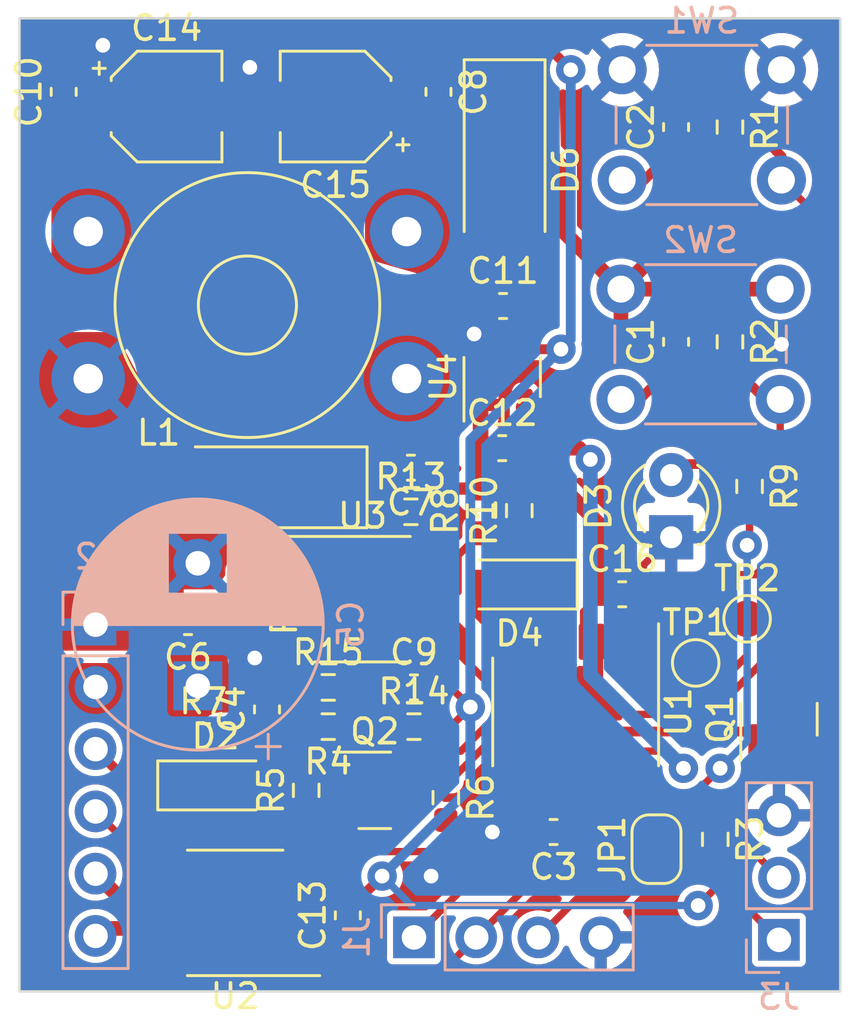
<source format=kicad_pcb>
(kicad_pcb (version 20221018) (generator pcbnew)
  (layers (0 "F.Cu" signal) (31 "B.Cu" signal) (34 "B.Paste" user) (35 "F.Paste" user) (36 "B.SilkS" user "B.Silkscreen") (37 "F.SilkS" user "F.Silkscreen") (38 "B.Mask" user) (39 "F.Mask" user) (44 "Edge.Cuts" user))
  (net 0 "")
  (net 1 "+3V3")
  (net 2 "GND")
  (net 3 "VDC")
  (net 4 "Net-(U1-PB8)")
  (net 5 "+5V")
  (net 6 "Net-(U3-FB)")
  (net 7 "Net-(U1-NRST)")
  (net 8 "Net-(D2-A)")
  (net 9 "CANH")
  (net 10 "CANL")
  (net 11 "Net-(U3-ILIM)")
  (net 12 "Net-(U3-BS)")
  (net 13 "Net-(Q2-E)")
  (net 14 "Net-(C7-Pad1)")
  (net 15 "Net-(D5-K)")
  (net 16 "enable")
  (net 17 "Net-(D3-A)")
  (net 18 "Net-(D4-K)")
  (net 19 "ON")
  (net 21 "Net-(D6-A)")
  (net 23 "reed")
  (net 24 "Net-(J3-Pin_2)")
  (net 25 "Net-(Q2-B)")
  (net 26 "EN")
  (net 27 "CAN_RX")
  (net 28 "CAN_TX")
  (net 31 "SDA")
  (net 32 "SCL")
  (net 33 "USART2_TX")
  (net 34 "USART2_RX")
  (net 35 "SERVO")
  (net 38 "Net-(U1-PA14)")
  (net 40 "Net-(J1-Pin_3)")
  (footprint "Capacitor_SMD:C_0603_1608Metric_Pad1.08x0.95mm_HandSolder" (layer "F.Cu") (at 138.6375 46.7375)
    (fp_text reference "C11" (at 0 -1.43) (layer "F.SilkS"))
    (fp_text value "1uF")
    (pad "1" smd roundrect (at -0.8625 0) (size 1.075 0.95) (layers "F.Cu" "F.Paste" "F.Mask") (net 2 "GND"))
    (pad "2" smd roundrect (at 0.8625 0) (size 1.075 0.95) (layers "F.Cu" "F.Paste" "F.Mask") (net 5 "+5V"))
  )
  (footprint "Resistor_SMD:R_0603_1608Metric_Pad0.98x0.95mm_HandSolder" (layer "F.Cu") (at 137.7 55.1 90)
    (fp_text reference "R8" (at 0 -1.43 90) (layer "F.SilkS"))
    (fp_text value "10k")
    (pad "1" smd roundrect (at -0.9125 0 90) (size 0.975 0.95) (layers "F.Cu" "F.Paste" "F.Mask") (net 26 "EN"))
    (pad "2" smd roundrect (at 0.9125 0 90) (size 0.975 0.95) (layers "F.Cu" "F.Paste" "F.Mask") (net 2 "GND"))
  )
  (footprint "Resistor_SMD:R_0603_1608Metric_Pad0.98x0.95mm_HandSolder" (layer "F.Cu") (at 128.275 58.7225 -90)
    (fp_text reference "R11" (at 0 -1.43 90) (layer "F.SilkS"))
    (fp_text value "50m")
    (pad "1" smd roundrect (at -0.9125 0 270) (size 0.975 0.95) (layers "F.Cu" "F.Paste" "F.Mask") (net 11 "Net-(U3-ILIM)"))
    (pad "2" smd roundrect (at 0.9125 0 270) (size 0.975 0.95) (layers "F.Cu" "F.Paste" "F.Mask") (net 3 "VDC"))
  )
  (footprint "Resistor_SMD:R_0603_1608Metric_Pad0.98x0.95mm_HandSolder" (layer "F.Cu") (at 148.7 54.1 -90)
    (fp_text reference "R9" (at 0 -1.43 90) (layer "F.SilkS"))
    (fp_text value "10k")
    (pad "1" smd roundrect (at -0.9125 0 270) (size 0.975 0.95) (layers "F.Cu" "F.Paste" "F.Mask") (net 17 "Net-(D3-A)"))
    (pad "2" smd roundrect (at 0.9125 0 270) (size 0.975 0.95) (layers "F.Cu" "F.Paste" "F.Mask") (net 38 "Net-(U1-PA14)"))
  )
  (footprint "Package_SO:SO-8_3.9x4.9mm_P1.27mm" (layer "F.Cu") (at 127.7 71.5 180)
    (fp_text reference "U2" (at 0 -3.4) (layer "F.SilkS"))
    (fp_text value "PCA82C250")
    (pad "1" smd roundrect (at -2.575 -1.905 180) (size 1.75 0.6) (layers "F.Cu" "F.Paste" "F.Mask") (net 28 "CAN_TX"))
    (pad "2" smd roundrect (at -2.575 -0.635 180) (size 1.75 0.6) (layers "F.Cu" "F.Paste" "F.Mask") (net 2 "GND"))
    (pad "3" smd roundrect (at -2.575 0.635 180) (size 1.75 0.6) (layers "F.Cu" "F.Paste" "F.Mask") (net 5 "+5V"))
    (pad "4" smd roundrect (at -2.575 1.905 180) (size 1.75 0.6) (layers "F.Cu" "F.Paste" "F.Mask") (net 27 "CAN_RX"))
    (pad "5" smd roundrect (at 2.575 1.905 180) (size 1.75 0.6) (layers "F.Cu" "F.Paste" "F.Mask"))
    (pad "6" smd roundrect (at 2.575 0.635 180) (size 1.75 0.6) (layers "F.Cu" "F.Paste" "F.Mask") (net 10 "CANL"))
    (pad "7" smd roundrect (at 2.575 -0.635 180) (size 1.75 0.6) (layers "F.Cu" "F.Paste" "F.Mask") (net 9 "CANH"))
    (pad "8" smd roundrect (at 2.575 -1.905 180) (size 1.75 0.6) (layers "F.Cu" "F.Paste" "F.Mask") (net 2 "GND"))
  )
  (footprint "Capacitor_SMD:C_0603_1608Metric_Pad1.08x0.95mm_HandSolder" (layer "F.Cu") (at 132.3 71.6 90)
    (fp_text reference "C13" (at 0 -1.43 90) (layer "F.SilkS"))
    (fp_text value "100nF")
    (pad "1" smd roundrect (at -0.8625 0 90) (size 1.075 0.95) (layers "F.Cu" "F.Paste" "F.Mask") (net 2 "GND"))
    (pad "2" smd roundrect (at 0.8625 0 90) (size 1.075 0.95) (layers "F.Cu" "F.Paste" "F.Mask") (net 5 "+5V"))
  )
  (footprint "Transformer_THT:Transformer_Toroid_Horizontal_D10.5mm_Amidon-T37" (layer "F.Cu") (at 134.7 43.7 180)
    (fp_text reference "L1" (at 10.125 -8.21) (layer "F.SilkS"))
    (fp_text value "33uH / 22uH")
    (pad "1" thru_hole circle (at 0 0 180) (size 3 3) (drill 1.2) (layers "*.Cu" "*.Mask") (net 21 "Net-(D6-A)"))
    (pad "2" thru_hole circle (at 13 0 180) (size 3 3) (drill 1.2) (layers "*.Cu" "*.Mask") (net 5 "+5V"))
    (pad "3" thru_hole circle (at 0 -6 180) (size 3 3) (drill 1.2) (layers "*.Cu" "*.Mask") (net 15 "Net-(D5-K)"))
    (pad "4" thru_hole circle (at 13 -6 180) (size 3 3) (drill 1.2) (layers "*.Cu" "*.Mask") (net 2 "GND"))
  )
  (footprint "Diode_SMD:D_SOD-123" (layer "F.Cu") (at 126.9 66.3)
    (fp_text reference "D2" (at 0 -2) (layer "F.SilkS"))
    (fp_text value "1N4148W")
    (pad "1" smd roundrect (at -1.65 0) (size 0.9 1.2) (layers "F.Cu" "F.Paste" "F.Mask") (net 16 "enable"))
    (pad "2" smd roundrect (at 1.65 0) (size 0.9 1.2) (layers "F.Cu" "F.Paste" "F.Mask") (net 8 "Net-(D2-A)"))
  )
  (footprint "Resistor_SMD:R_0603_1608Metric_Pad0.98x0.95mm_HandSolder" (layer "F.Cu") (at 147.9 39.4375 -90)
    (fp_text reference "R1" (at 0 -1.43 -90) (layer "F.SilkS"))
    (fp_text value "1.5k")
    (pad "1" smd roundrect (at -0.9125 0 270) (size 0.975 0.95) (layers "F.Cu" "F.Paste" "F.Mask") (net 7 "Net-(U1-NRST)"))
    (pad "2" smd roundrect (at 0.9125 0 270) (size 0.975 0.95) (layers "F.Cu" "F.Paste" "F.Mask") (net 1 "+3V3"))
  )
  (footprint "Package_TO_SOT_SMD:SOT-23" (layer "F.Cu") (at 133.4 66.5)
    (fp_text reference "Q2" (at 0 -2.4) (layer "F.SilkS"))
    (fp_text value "BC807")
    (pad "1" smd roundrect (at -0.9375 -0.95) (size 1.475 0.6) (layers "F.Cu" "F.Paste" "F.Mask") (net 25 "Net-(Q2-B)"))
    (pad "2" smd roundrect (at -0.9375 0.95) (size 1.475 0.6) (layers "F.Cu" "F.Paste" "F.Mask") (net 13 "Net-(Q2-E)"))
    (pad "3" smd roundrect (at 0.9375 0) (size 1.475 0.6) (layers "F.Cu" "F.Paste" "F.Mask") (net 26 "EN"))
  )
  (footprint "Capacitor_SMD:C_0603_1608Metric_Pad1.08x0.95mm_HandSolder" (layer "F.Cu") (at 138.6 52.5375)
    (fp_text reference "C12" (at 0 -1.43) (layer "F.SilkS"))
    (fp_text value "1uF")
    (pad "1" smd roundrect (at -0.8625 0) (size 1.075 0.95) (layers "F.Cu" "F.Paste" "F.Mask") (net 2 "GND"))
    (pad "2" smd roundrect (at 0.8625 0) (size 1.075 0.95) (layers "F.Cu" "F.Paste" "F.Mask") (net 1 "+3V3"))
  )
  (footprint "Resistor_SMD:R_0603_1608Metric_Pad0.98x0.95mm_HandSolder" (layer "F.Cu") (at 139.3 55.0875 90)
    (fp_text reference "R10" (at 0 -1.43 90) (layer "F.SilkS"))
    (fp_text value "1.5k")
    (pad "1" smd roundrect (at -0.9125 0 90) (size 0.975 0.95) (layers "F.Cu" "F.Paste" "F.Mask") (net 26 "EN"))
    (pad "2" smd roundrect (at 0.9125 0 90) (size 0.975 0.95) (layers "F.Cu" "F.Paste" "F.Mask") (net 18 "Net-(D4-K)"))
  )
  (footprint "Capacitor_SMD:C_0603_1608Metric_Pad1.08x0.95mm_HandSolder" (layer "F.Cu") (at 129 63.2 90)
    (fp_text reference "C4" (at 0 -1.43 90) (layer "F.SilkS"))
    (fp_text value "100nF")
    (pad "1" smd roundrect (at -0.8625 0 90) (size 1.075 0.95) (layers "F.Cu" "F.Paste" "F.Mask") (net 13 "Net-(Q2-E)"))
    (pad "2" smd roundrect (at 0.8625 0 90) (size 1.075 0.95) (layers "F.Cu" "F.Paste" "F.Mask") (net 2 "GND"))
  )
  (footprint "Capacitor_SMD:C_0603_1608Metric_Pad1.08x0.95mm_HandSolder" (layer "F.Cu") (at 125.775 59.635 180)
    (fp_text reference "C6" (at 0 -1.43) (layer "F.SilkS"))
    (fp_text value "100nF")
    (pad "1" smd roundrect (at -0.8625 0 180) (size 1.075 0.95) (layers "F.Cu" "F.Paste" "F.Mask") (net 3 "VDC"))
    (pad "2" smd roundrect (at 0.8625 0 180) (size 1.075 0.95) (layers "F.Cu" "F.Paste" "F.Mask") (net 2 "GND"))
  )
  (footprint "Capacitor_SMD:C_0603_1608Metric_Pad1.08x0.95mm_HandSolder" (layer "F.Cu") (at 143.5 58.5)
    (fp_text reference "C16" (at 0 -1.43) (layer "F.SilkS"))
    (fp_text value "100nF")
    (pad "1" smd roundrect (at -0.8625 0) (size 1.075 0.95) (layers "F.Cu" "F.Paste" "F.Mask") (net 1 "+3V3"))
    (pad "2" smd roundrect (at 0.8625 0) (size 1.075 0.95) (layers "F.Cu" "F.Paste" "F.Mask") (net 2 "GND"))
  )
  (footprint "TestPoint:TestPoint_Pad_D1.5mm" (layer "F.Cu") (at 146.5 61.3)
    (fp_text reference "TP1" (at 0 -1.648) (layer "F.SilkS"))
    (fp_text value "SDA")
    (pad "1" smd circle (at 0 0) (size 1.5 1.5) (layers "F.Cu" "F.Mask") (net 31 "SDA"))
  )
  (footprint "Capacitor_SMD:C_0603_1608Metric_Pad1.08x0.95mm_HandSolder" (layer "F.Cu") (at 120.7 38 90)
    (fp_text reference "C10" (at 0 -1.43 90) (layer "F.SilkS"))
    (fp_text value "1uF")
    (pad "1" smd roundrect (at -0.8625 0 90) (size 1.075 0.95) (layers "F.Cu" "F.Paste" "F.Mask") (net 5 "+5V"))
    (pad "2" smd roundrect (at 0.8625 0 90) (size 1.075 0.95) (layers "F.Cu" "F.Paste" "F.Mask") (net 2 "GND"))
  )
  (footprint "Capacitor_SMD:CP_Elec_4x5.3" (layer "F.Cu") (at 131.8 38.6 180)
    (fp_text reference "C15" (at 0 -3.2) (layer "F.SilkS"))
    (fp_text value "10uF / 25V")
    (pad "1" smd roundrect (at -1.8 0 180) (size 2.6 1.6) (layers "F.Cu" "F.Paste" "F.Mask") (roundrect_rratio 0.15625) (net 1 "+3V3"))
    (pad "2" smd roundrect (at 1.8 0 180) (size 2.6 1.6) (layers "F.Cu" "F.Paste" "F.Mask") (roundrect_rratio 0.15625) (net 2 "GND"))
  )
  (footprint "Capacitor_SMD:C_0603_1608Metric_Pad1.08x0.95mm_HandSolder" (layer "F.Cu") (at 140.7 68.2 180)
    (fp_text reference "C3" (at 0 -1.43) (layer "F.SilkS"))
    (fp_text value "100nF")
    (pad "1" smd roundrect (at -0.8625 0 180) (size 1.075 0.95) (layers "F.Cu" "F.Paste" "F.Mask") (net 1 "+3V3"))
    (pad "2" smd roundrect (at 0.8625 0 180) (size 1.075 0.95) (layers "F.Cu" "F.Paste" "F.Mask") (net 2 "GND"))
  )
  (footprint "Resistor_SMD:R_0603_1608Metric_Pad0.98x0.95mm_HandSolder" (layer "F.Cu") (at 147.9 48.2 -90)
    (fp_text reference "R2" (at 0 -1.43 90) (layer "F.SilkS"))
    (fp_text value "1.5k")
    (pad "1" smd roundrect (at -0.9125 0 270) (size 0.975 0.95) (layers "F.Cu" "F.Paste" "F.Mask") (net 2 "GND"))
    (pad "2" smd roundrect (at 0.9125 0 270) (size 0.975 0.95) (layers "F.Cu" "F.Paste" "F.Mask") (net 4 "Net-(U1-PB8)"))
  )
  (footprint "TestPoint:TestPoint_Pad_D1.5mm" (layer "F.Cu") (at 148.6 59.5)
    (fp_text reference "TP2" (at 0 -1.648) (layer "F.SilkS"))
    (fp_text value "SCL")
    (pad "1" smd circle (at 0 0) (size 1.5 1.5) (layers "F.Cu" "F.Mask") (net 32 "SCL"))
  )
  (footprint "Diode_SMD:D_SOD-123" (layer "F.Cu") (at 139.3 58.1 180)
    (fp_text reference "D4" (at 0 -2) (layer "F.SilkS"))
    (fp_text value "1N4148W")
    (pad "1" smd roundrect (at -1.65 0 180) (size 0.9 1.2) (layers "F.Cu" "F.Paste" "F.Mask") (net 18 "Net-(D4-K)"))
    (pad "2" smd roundrect (at 1.65 0 180) (size 0.9 1.2) (layers "F.Cu" "F.Paste" "F.Mask") (net 19 "ON"))
  )
  (footprint "Jumper:SolderJumper-2_P1.3mm_Open_RoundedPad1.0x1.5mm" (layer "F.Cu") (at 144.9 68.9 90)
    (fp_text reference "JP1" (at 0 -1.8 90) (layer "F.SilkS"))
    (fp_text value "VUSB")
    (pad "1" smd custom (at -0.65 0 90) (size 1 0.5) (layers "F.Cu" "F.Mask") (net 40 "Net-(J1-Pin_3)") (options (clearance outline) (anchor rect)) (primitives (gr_circle (center 0 0.25) (end 0.5 0.25) (width 0) (fill yes)) (gr_circle (center 0 -0.25) (end 0.5 -0.25) (width 0) (fill yes)) (gr_poly (pts (xy 0.5 0.75) (xy 0 0.75) (xy 0 -0.75) (xy 0.5 -0.75)) (width 0) (fill yes))))
    (pad "2" smd custom (at 0.65 0 90) (size 1 0.5) (layers "F.Cu" "F.Mask") (net 5 "+5V") (options (clearance outline) (anchor rect)) (primitives (gr_circle (center 0 0.25) (end 0.5 0.25) (width 0) (fill yes)) (gr_circle (center 0 -0.25) (end 0.5 -0.25) (width 0) (fill yes)) (gr_poly (pts (xy 0 0.75) (xy -0.5 0.75) (xy -0.5 -0.75) (xy 0 -0.75)) (width 0) (fill yes))))
  )
  (footprint "Package_SO:TSSOP-20_4.4x6.5mm_P0.65mm" (layer "F.Cu") (at 141.6 63.3 -90)
    (fp_text reference "U1" (at 0 -4.2 -270) (layer "F.SilkS"))
    (fp_text value "STM32F042F6Px")
    (pad "1" smd roundrect (at -2.8625 -2.925 270) (size 1.475 0.4) (layers "F.Cu" "F.Paste" "F.Mask") (net 4 "Net-(U1-PB8)"))
    (pad "2" smd roundrect (at -2.8625 -2.275 270) (size 1.475 0.4) (layers "F.Cu" "F.Paste" "F.Mask") (net 31 "SDA"))
    (pad "3" smd roundrect (at -2.8625 -1.625 270) (size 1.475 0.4) (layers "F.Cu" "F.Paste" "F.Mask") (net 32 "SCL"))
    (pad "4" smd roundrect (at -2.8625 -0.975 270) (size 1.475 0.4) (layers "F.Cu" "F.Paste" "F.Mask") (net 7 "Net-(U1-NRST)"))
    (pad "5" smd roundrect (at -2.8625 -0.325 270) (size 1.475 0.4) (layers "F.Cu" "F.Paste" "F.Mask") (net 1 "+3V3"))
    (pad "6" smd roundrect (at -2.8625 0.325 270) (size 1.475 0.4) (layers "F.Cu" "F.Paste" "F.Mask") (net 23 "reed"))
    (pad "7" smd roundrect (at -2.8625 0.975 270) (size 1.475 0.4) (layers "F.Cu" "F.Paste" "F.Mask"))
    (pad "8" smd roundrect (at -2.8625 1.625 270) (size 1.475 0.4) (layers "F.Cu" "F.Paste" "F.Mask") (net 33 "USART2_TX"))
    (pad "9" smd roundrect (at -2.8625 2.275 270) (size 1.475 0.4) (layers "F.Cu" "F.Paste" "F.Mask") (net 34 "USART2_RX"))
    (pad "10" smd roundrect (at -2.8625 2.925 270) (size 1.475 0.4) (layers "F.Cu" "F.Paste" "F.Mask") (net 19 "ON"))
    (pad "11" smd roundrect (at 2.8625 2.925 270) (size 1.475 0.4) (layers "F.Cu" "F.Paste" "F.Mask"))
    (pad "12" smd roundrect (at 2.8625 2.275 270) (size 1.475 0.4) (layers "F.Cu" "F.Paste" "F.Mask") (net 35 "SERVO"))
    (pad "13" smd roundrect (at 2.8625 1.625 270) (size 1.475 0.4) (layers "F.Cu" "F.Paste" "F.Mask"))
    (pad "14" smd roundrect (at 2.8625 0.975 270) (size 1.475 0.4) (layers "F.Cu" "F.Paste" "F.Mask"))
    (pad "15" smd roundrect (at 2.8625 0.325 270) (size 1.475 0.4) (layers "F.Cu" "F.Paste" "F.Mask") (net 2 "GND"))
    (pad "16" smd roundrect (at 2.8625 -0.325 270) (size 1.475 0.4) (layers "F.Cu" "F.Paste" "F.Mask") (net 1 "+3V3"))
    (pad "17" smd roundrect (at 2.8625 -0.975 270) (size 1.475 0.4) (layers "F.Cu" "F.Paste" "F.Mask") (net 27 "CAN_RX"))
    (pad "18" smd roundrect (at 2.8625 -1.625 270) (size 1.475 0.4) (layers "F.Cu" "F.Paste" "F.Mask") (net 28 "CAN_TX"))
    (pad "19" smd roundrect (at 2.8625 -2.275 270) (size 1.475 0.4) (layers "F.Cu" "F.Paste" "F.Mask"))
    (pad "20" smd roundrect (at 2.8625 -2.925 270) (size 1.475 0.4) (layers "F.Cu" "F.Paste" "F.Mask") (net 38 "Net-(U1-PA14)"))
  )
  (footprint "Capacitor_SMD:C_0603_1608Metric_Pad1.08x0.95mm_HandSolder" (layer "F.Cu") (at 136 38 -90)
    (fp_text reference "C8" (at 0 -1.43 90) (layer "F.SilkS"))
    (fp_text value "1uF")
    (pad "1" smd roundrect (at -0.8625 0 270) (size 1.075 0.95) (layers "F.Cu" "F.Paste" "F.Mask") (net 2 "GND"))
    (pad "2" smd roundrect (at 0.8625 0 270) (size 1.075 0.95) (layers "F.Cu" "F.Paste" "F.Mask") (net 1 "+3V3"))
  )
  (footprint "Package_TO_SOT_SMD:SOT-23" (layer "F.Cu") (at 149.9 63.6 90)
    (fp_text reference "Q1" (at 0 -2.4 90) (layer "F.SilkS"))
    (fp_text value "Si2302CDS")
    (pad "1" smd roundrect (at -0.9375 -0.95 90) (size 1.475 0.6) (layers "F.Cu" "F.Paste" "F.Mask") (net 35 "SERVO"))
    (pad "2" smd roundrect (at -0.9375 0.95 90) (size 1.475 0.6) (layers "F.Cu" "F.Paste" "F.Mask") (net 2 "GND"))
    (pad "3" smd roundrect (at 0.9375 0 90) (size 1.475 0.6) (layers "F.Cu" "F.Paste" "F.Mask") (net 24 "Net-(J3-Pin_2)"))
  )
  (footprint "Capacitor_SMD:CP_Elec_4x5.3" (layer "F.Cu") (at 124.9 38.6)
    (fp_text reference "C14" (at 0 -3.2) (layer "F.SilkS"))
    (fp_text value "10uF / 25V")
    (pad "1" smd roundrect (at -1.8 0) (size 2.6 1.6) (layers "F.Cu" "F.Paste" "F.Mask") (roundrect_rratio 0.15625) (net 5 "+5V"))
    (pad "2" smd roundrect (at 1.8 0) (size 2.6 1.6) (layers "F.Cu" "F.Paste" "F.Mask") (roundrect_rratio 0.15625) (net 2 "GND"))
  )
  (footprint "Resistor_SMD:R_0603_1608Metric_Pad0.98x0.95mm_HandSolder" (layer "F.Cu") (at 134.875 55.135)
    (fp_text reference "R13" (at 0 -1.43) (layer "F.SilkS"))
    (fp_text value "10")
    (pad "1" smd roundrect (at -0.9125 0) (size 0.975 0.95) (layers "F.Cu" "F.Paste" "F.Mask") (net 12 "Net-(U3-BS)"))
    (pad "2" smd roundrect (at 0.9125 0) (size 0.975 0.95) (layers "F.Cu" "F.Paste" "F.Mask") (net 14 "Net-(C7-Pad1)"))
  )
  (footprint "Package_SO:SOIC-8_3.9x4.9mm_P1.27mm" (layer "F.Cu") (at 132.9 58.7)
    (fp_text reference "U3" (at 0 -3.4) (layer "F.SilkS"))
    (fp_text value "~")
    (pad "1" smd roundrect (at -2.475 -1.905) (size 1.95 0.6) (layers "F.Cu" "F.Paste" "F.Mask") (net 15 "Net-(D5-K)"))
    (pad "2" smd roundrect (at -2.475 -0.635) (size 1.95 0.6) (layers "F.Cu" "F.Paste" "F.Mask") (net 11 "Net-(U3-ILIM)"))
    (pad "3" smd roundrect (at -2.475 0.635) (size 1.95 0.6) (layers "F.Cu" "F.Paste" "F.Mask") (net 3 "VDC"))
    (pad "4" smd roundrect (at -2.475 1.905) (size 1.95 0.6) (layers "F.Cu" "F.Paste" "F.Mask") (net 2 "GND"))
    (pad "5" smd roundrect (at 2.475 1.905) (size 1.95 0.6) (layers "F.Cu" "F.Paste" "F.Mask") (net 6 "Net-(U3-FB)"))
    (pad "6" smd roundrect (at 2.475 0.635) (size 1.95 0.6) (layers "F.Cu" "F.Paste" "F.Mask") (net 26 "EN"))
    (pad "7" smd roundrect (at 2.475 -0.635) (size 1.95 0.6) (layers "F.Cu" "F.Paste" "F.Mask"))
    (pad "8" smd roundrect (at 2.475 -1.905) (size 1.95 0.6) (layers "F.Cu" "F.Paste" "F.Mask") (net 12 "Net-(U3-BS)"))
  )
  (footprint "Package_TO_SOT_SMD:SOT-23-3" (layer "F.Cu") (at 138.6 49.6375 90)
    (fp_text reference "U4" (at 0 -2.4 90) (layer "F.SilkS"))
    (fp_text value "XC6206PxxxMR")
    (pad "1" smd roundrect (at -1.1375 -0.95 90) (size 1.325 0.6) (layers "F.Cu" "F.Paste" "F.Mask") (net 2 "GND"))
    (pad "2" smd roundrect (at -1.1375 0.95 90) (size 1.325 0.6) (layers "F.Cu" "F.Paste" "F.Mask") (net 1 "+3V3"))
    (pad "3" smd roundrect (at 1.1375 0 90) (size 1.325 0.6) (layers "F.Cu" "F.Paste" "F.Mask") (net 5 "+5V"))
  )
  (footprint "Resistor_SMD:R_0603_1608Metric_Pad0.98x0.95mm_HandSolder" (layer "F.Cu") (at 131.5 62.3)
    (fp_text reference "R15" (at 0 -1.43) (layer "F.SilkS"))
    (fp_text value "56k")
    (pad "1" smd roundrect (at -0.9125 0) (size 0.975 0.95) (layers "F.Cu" "F.Paste" "F.Mask") (net 2 "GND"))
    (pad "2" smd roundrect (at 0.9125 0) (size 0.975 0.95) (layers "F.Cu" "F.Paste" "F.Mask") (net 6 "Net-(U3-FB)"))
  )
  (footprint "Capacitor_SMD:C_0603_1608Metric_Pad1.08x0.95mm_HandSolder" (layer "F.Cu") (at 134.875 53.335 180)
    (fp_text reference "C7" (at 0 -1.43) (layer "F.SilkS"))
    (fp_text value "100nF")
    (pad "1" smd roundrect (at -0.8625 0 180) (size 1.075 0.95) (layers "F.Cu" "F.Paste" "F.Mask") (net 14 "Net-(C7-Pad1)"))
    (pad "2" smd roundrect (at 0.8625 0 180) (size 1.075 0.95) (layers "F.Cu" "F.Paste" "F.Mask") (net 15 "Net-(D5-K)"))
  )
  (footprint "LED_THT:LED_D3.0mm" (layer "F.Cu") (at 145.5 56.175 90)
    (fp_text reference "D3" (at 1.27 -2.96 90) (layer "F.SilkS"))
    (fp_text value "LED")
    (pad "1" thru_hole rect (at 0 0 90) (size 1.8 1.8) (drill 0.9) (layers "*.Cu" "*.Mask") (net 2 "GND"))
    (pad "2" thru_hole circle (at 2.54 0 90) (size 1.8 1.8) (drill 0.9) (layers "*.Cu" "*.Mask") (net 17 "Net-(D3-A)"))
  )
  (footprint "Resistor_SMD:R_0603_1608Metric_Pad0.98x0.95mm_HandSolder" (layer "F.Cu") (at 135 63.9)
    (fp_text reference "R14" (at 0 -1.43) (layer "F.SilkS"))
    (fp_text value "300k")
    (pad "1" smd roundrect (at -0.9125 0) (size 0.975 0.95) (layers "F.Cu" "F.Paste" "F.Mask") (net 6 "Net-(U3-FB)"))
    (pad "2" smd roundrect (at 0.9125 0) (size 0.975 0.95) (layers "F.Cu" "F.Paste" "F.Mask") (net 5 "+5V"))
  )
  (footprint "Resistor_SMD:R_0603_1608Metric_Pad0.98x0.95mm_HandSolder" (layer "F.Cu") (at 130.6 66.5 90)
    (fp_text reference "R5" (at 0 -1.43 90) (layer "F.SilkS"))
    (fp_text value "10k")
    (pad "1" smd roundrect (at -0.9125 0 90) (size 0.975 0.95) (layers "F.Cu" "F.Paste" "F.Mask") (net 13 "Net-(Q2-E)"))
    (pad "2" smd roundrect (at 0.9125 0 90) (size 0.975 0.95) (layers "F.Cu" "F.Paste" "F.Mask") (net 25 "Net-(Q2-B)"))
  )
  (footprint "Capacitor_SMD:C_0603_1608Metric_Pad1.08x0.95mm_HandSolder" (layer "F.Cu") (at 135 62.3)
    (fp_text reference "C9" (at 0 -1.43) (layer "F.SilkS"))
    (fp_text value "47pF")
    (pad "1" smd roundrect (at -0.8625 0) (size 1.075 0.95) (layers "F.Cu" "F.Paste" "F.Mask") (net 6 "Net-(U3-FB)"))
    (pad "2" smd roundrect (at 0.8625 0) (size 1.075 0.95) (layers "F.Cu" "F.Paste" "F.Mask") (net 5 "+5V"))
  )
  (footprint "Resistor_SMD:R_0603_1608Metric_Pad0.98x0.95mm_HandSolder" (layer "F.Cu") (at 126.4 64.3)
    (fp_text reference "R7" (at 0 -1.43) (layer "F.SilkS"))
    (fp_text value "100k")
    (pad "1" smd roundrect (at -0.9125 0) (size 0.975 0.95) (layers "F.Cu" "F.Paste" "F.Mask") (net 3 "VDC"))
    (pad "2" smd roundrect (at 0.9125 0) (size 0.975 0.95) (layers "F.Cu" "F.Paste" "F.Mask") (net 13 "Net-(Q2-E)"))
  )
  (footprint "Resistor_SMD:R_0603_1608Metric_Pad0.98x0.95mm_HandSolder" (layer "F.Cu") (at 147.3 68.5 -90)
    (fp_text reference "R3" (at 0 -1.43 90) (layer "F.SilkS"))
    (fp_text value "10k")
    (pad "1" smd roundrect (at -0.9125 0 270) (size 0.975 0.95) (layers "F.Cu" "F.Paste" "F.Mask") (net 24 "Net-(J3-Pin_2)"))
    (pad "2" smd roundrect (at 0.9125 0 270) (size 0.975 0.95) (layers "F.Cu" "F.Paste" "F.Mask") (net 5 "+5V"))
  )
  (footprint "Diode_SMD:D_SMA_Handsoldering" (layer "F.Cu") (at 128.575 54.135 180)
    (fp_text reference "D5" (at 0 -2.5) (layer "F.SilkS"))
    (fp_text value "STPS1L30A")
    (pad "1" smd roundrect (at -2.5 0 180) (size 3.5 1.8) (layers "F.Cu" "F.Paste" "F.Mask") (roundrect_rratio 0.1388888889) (net 15 "Net-(D5-K)"))
    (pad "2" smd roundrect (at 2.5 0 180) (size 3.5 1.8) (layers "F.Cu" "F.Paste" "F.Mask") (roundrect_rratio 0.1388888889) (net 2 "GND"))
  )
  (footprint "Capacitor_SMD:C_0603_1608Metric_Pad1.08x0.95mm_HandSolder" (layer "F.Cu") (at 145.7 39.4375 90)
    (fp_text reference "C2" (at 0 -1.43 90) (layer "F.SilkS"))
    (fp_text value "100nF")
    (pad "1" smd roundrect (at -0.8625 0 90) (size 1.075 0.95) (layers "F.Cu" "F.Paste" "F.Mask") (net 7 "Net-(U1-NRST)"))
    (pad "2" smd roundrect (at 0.8625 0 90) (size 1.075 0.95) (layers "F.Cu" "F.Paste" "F.Mask") (net 2 "GND"))
  )
  (footprint "Resistor_SMD:R_0603_1608Metric_Pad0.98x0.95mm_HandSolder" (layer "F.Cu") (at 131.5 63.9 180)
    (fp_text reference "R4" (at 0 -1.43) (layer "F.SilkS"))
    (fp_text value "10k")
    (pad "1" smd roundrect (at -0.9125 0 180) (size 0.975 0.95) (layers "F.Cu" "F.Paste" "F.Mask") (net 25 "Net-(Q2-B)"))
    (pad "2" smd roundrect (at 0.9125 0 180) (size 0.975 0.95) (layers "F.Cu" "F.Paste" "F.Mask") (net 8 "Net-(D2-A)"))
  )
  (footprint "Capacitor_SMD:C_0603_1608Metric_Pad1.08x0.95mm_HandSolder" (layer "F.Cu") (at 145.7 48.2 90)
    (fp_text reference "C1" (at 0 -1.43 90) (layer "F.SilkS"))
    (fp_text value "100nF")
    (pad "1" smd roundrect (at -0.8625 0 90) (size 1.075 0.95) (layers "F.Cu" "F.Paste" "F.Mask") (net 4 "Net-(U1-PB8)"))
    (pad "2" smd roundrect (at 0.8625 0 90) (size 1.075 0.95) (layers "F.Cu" "F.Paste" "F.Mask") (net 2 "GND"))
  )
  (footprint "Resistor_SMD:R_0603_1608Metric_Pad0.98x0.95mm_HandSolder" (layer "F.Cu") (at 136.3 66.8 -90)
    (fp_text reference "R6" (at 0 -1.43 90) (layer "F.SilkS"))
    (fp_text value "10k")
    (pad "1" smd roundrect (at -0.9125 0 270) (size 0.975 0.95) (layers "F.Cu" "F.Paste" "F.Mask") (net 23 "reed"))
    (pad "2" smd roundrect (at 0.9125 0 270) (size 0.975 0.95) (layers "F.Cu" "F.Paste" "F.Mask") (net 1 "+3V3"))
  )
  (footprint "Diode_SMD:D_SMA_Handsoldering" (layer "F.Cu") (at 138.7 41.2 -90)
    (fp_text reference "D6" (at 0 -2.5 90) (layer "F.SilkS"))
    (fp_text value "STPS1L30A")
    (pad "1" smd roundrect (at -2.5 0 270) (size 3.5 1.8) (layers "F.Cu" "F.Paste" "F.Mask") (roundrect_rratio 0.1388888889) (net 1 "+3V3"))
    (pad "2" smd roundrect (at 2.5 0 270) (size 3.5 1.8) (layers "F.Cu" "F.Paste" "F.Mask") (roundrect_rratio 0.1388888889) (net 21 "Net-(D6-A)"))
  )
  (footprint "Button_Switch_THT:SW_PUSH_6mm" (layer "B.Cu") (at 149.95 46.05 180)
    (fp_text reference "SW2" (at 3.25 2) (layer "B.SilkS") (effects (justify mirror)))
    (fp_text value "SW_Push")
    (pad "1" thru_hole circle (at 0 0 90) (size 2 2) (drill 1.1) (layers "*.Cu" "*.Mask") (net 1 "+3V3"))
    (pad "1" thru_hole circle (at 6.5 0 90) (size 2 2) (drill 1.1) (layers "*.Cu" "*.Mask") (net 1 "+3V3"))
    (pad "2" thru_hole circle (at 0 -4.5 90) (size 2 2) (drill 1.1) (layers "*.Cu" "*.Mask") (net 4 "Net-(U1-PB8)"))
    (pad "2" thru_hole circle (at 6.5 -4.5 90) (size 2 2) (drill 1.1) (layers "*.Cu" "*.Mask") (net 4 "Net-(U1-PB8)"))
  )
  (footprint "Connector_PinHeader_2.54mm:PinHeader_1x03_P2.54mm_Vertical" (layer "B.Cu") (at 149.9 72.6)
    (fp_text reference "J3" (at 0 2.33) (layer "B.SilkS") (effects (justify mirror)))
    (fp_text value "servo")
    (pad "1" thru_hole rect (at 0 0) (size 1.7 1.7) (drill 1) (layers "*.Cu" "*.Mask") (net 5 "+5V"))
    (pad "2" thru_hole oval (at 0 -2.54) (size 1.7 1.7) (drill 1) (layers "*.Cu" "*.Mask") (net 24 "Net-(J3-Pin_2)"))
    (pad "3" thru_hole oval (at 0 -5.08) (size 1.7 1.7) (drill 1) (layers "*.Cu" "*.Mask") (net 2 "GND"))
  )
  (footprint "Connector_PinSocket_2.54mm:PinSocket_1x06_P2.54mm_Vertical" (layer "B.Cu") (at 122 59.74 180)
    (fp_text reference "J2" (at 0 2.77) (layer "B.SilkS") (effects (justify mirror)))
    (fp_text value "Julet")
    (pad "1" thru_hole rect (at 0 0 180) (size 1.7 1.7) (drill 1) (layers "*.Cu" "*.Mask") (net 2 "GND"))
    (pad "2" thru_hole oval (at 0 -2.54 180) (size 1.7 1.7) (drill 1) (layers "*.Cu" "*.Mask") (net 3 "VDC"))
    (pad "3" thru_hole oval (at 0 -5.08 180) (size 1.7 1.7) (drill 1) (layers "*.Cu" "*.Mask") (net 16 "enable"))
    (pad "4" thru_hole oval (at 0 -7.62 180) (size 1.7 1.7) (drill 1) (layers "*.Cu" "*.Mask") (net 23 "reed"))
    (pad "5" thru_hole oval (at 0 -10.16 180) (size 1.7 1.7) (drill 1) (layers "*.Cu" "*.Mask") (net 10 "CANL"))
    (pad "6" thru_hole oval (at 0 -12.7 180) (size 1.7 1.7) (drill 1) (layers "*.Cu" "*.Mask") (net 9 "CANH"))
  )
  (footprint "Connector_PinHeader_2.54mm:PinHeader_1x04_P2.54mm_Vertical" (layer "B.Cu") (at 135 72.5 -90)
    (fp_text reference "J1" (at 0 2.33 90) (layer "B.SilkS") (effects (justify mirror)))
    (fp_text value "USB")
    (pad "1" thru_hole rect (at 0 0 270) (size 1.7 1.7) (drill 1) (layers "*.Cu" "*.Mask") (net 27 "CAN_RX"))
    (pad "2" thru_hole oval (at 0 -2.54 270) (size 1.7 1.7) (drill 1) (layers "*.Cu" "*.Mask") (net 28 "CAN_TX"))
    (pad "3" thru_hole oval (at 0 -5.08 270) (size 1.7 1.7) (drill 1) (layers "*.Cu" "*.Mask") (net 40 "Net-(J1-Pin_3)"))
    (pad "4" thru_hole oval (at 0 -7.62 270) (size 1.7 1.7) (drill 1) (layers "*.Cu" "*.Mask") (net 2 "GND"))
  )
  (footprint "Capacitor_THT:CP_Radial_D10.0mm_P5.00mm" (layer "B.Cu") (at 126.175 62.235 90)
    (fp_text reference "C5" (at 2.5 6.25 90) (layer "B.SilkS") (effects (justify mirror)))
    (fp_text value "48uF / 100V")
    (pad "1" thru_hole rect (at 0 0 90) (size 2 2) (drill 1) (layers "*.Cu" "*.Mask") (net 3 "VDC"))
    (pad "2" thru_hole circle (at 5 0 90) (size 2 2) (drill 1) (layers "*.Cu" "*.Mask") (net 2 "GND"))
  )
  (footprint "Button_Switch_THT:SW_PUSH_6mm" (layer "B.Cu") (at 150 37.1 180)
    (fp_text reference "SW1" (at 3.25 2) (layer "B.SilkS") (effects (justify mirror)))
    (fp_text value "SW_Push")
    (pad "1" thru_hole circle (at 0 0 90) (size 2 2) (drill 1.1) (layers "*.Cu" "*.Mask") (net 2 "GND"))
    (pad "1" thru_hole circle (at 6.5 0 90) (size 2 2) (drill 1.1) (layers "*.Cu" "*.Mask") (net 2 "GND"))
    (pad "2" thru_hole circle (at 0 -4.5 90) (size 2 2) (drill 1.1) (layers "*.Cu" "*.Mask") (net 7 "Net-(U1-NRST)"))
    (pad "2" thru_hole circle (at 6.5 -4.5 90) (size 2 2) (drill 1.1) (layers "*.Cu" "*.Mask") (net 7 "Net-(U1-NRST)"))
  )
  (gr_rect (start 118.9 35) (end 152.4 74.7) (stroke (width 0.1)) (fill none) (layer "Edge.Cuts"))
  (segment (start 141.5625 68.2) (end 141.925 67.8375) (width 0.3) (layer "F.Cu") (net 1))
  (segment (start 147.9 41.6) (end 143.45 46.05) (width 0.6) (layer "F.Cu") (net 1))
  (segment (start 139.4625 52.5375) (end 139.4625 50.8625) (width 0.6) (layer "F.Cu") (net 1))
  (segment (start 141.1 41.1) (end 141.1 43.7) (width 0.6) (layer "F.Cu") (net 1))
  (segment (start 142.6375 55.7125) (end 142.6375 58.5) (width 0.6) (layer "F.Cu") (net 1))
  (segment (start 141.925 59.2125) (end 142.6375 58.5) (width 0.3) (layer "F.Cu") (net 1))
  (segment (start 141.1 41.1) (end 138.7 38.7) (width 0.6) (layer "F.Cu") (net 1))
  (segment (start 137.785786 69.2) (end 140.5625 69.2) (width 0.3) (layer "F.Cu") (net 1))
  (segment (start 143.45 46.05) (end 143.45 47.676346) (width 0.6) (layer "F.Cu") (net 1))
  (segment (start 147.9 40.35) (end 147.9 41.6) (width 0.6) (layer "F.Cu") (net 1))
  (segment (start 143.45 46.05) (end 149.95 46.05) (width 0.6) (layer "F.Cu") (net 1))
  (segment (start 141.925 60.4375) (end 141.925 59.2125) (width 0.3) (layer "F.Cu") (net 1))
  (segment (start 141.1 43.7) (end 143.45 46.05) (width 0.6) (layer "F.Cu") (net 1))
  (segment (start 142.392893 64.9) (end 145.3 64.9) (width 0.3) (layer "F.Cu") (net 1))
  (segment (start 145.3 64.9) (end 146 65.6) (width 0.3) (layer "F.Cu") (net 1))
  (segment (start 141.925 66.1625) (end 141.925 65.367893) (width 0.3) (layer "F.Cu") (net 1))
  (segment (start 141.7375 52.5375) (end 142.2 53) (width 0.6) (layer "F.Cu") (net 1))
  (segment (start 136.3 67.714214) (end 137.785786 69.2) (width 0.3) (layer "F.Cu") (net 1))
  (segment (start 143.45 47.676346) (end 140.351346 50.775) (width 0.6) (layer "F.Cu") (net 1))
  (segment (start 136.3 67.7125) (end 136.3 67.714214) (width 0.3) (layer "F.Cu") (net 1))
  (segment (start 139.4625 52.5375) (end 142.6375 55.7125) (width 0.6) (layer "F.Cu") (net 1))
  (segment (start 140.351346 50.775) (end 139.55 50.775) (width 0.6) (layer "F.Cu") (net 1))
  (segment (start 139.4625 50.8625) (end 139.55 50.775) (width 0.6) (layer "F.Cu") (net 1))
  (segment (start 141.925 67.8375) (end 141.925 66.1625) (width 0.3) (layer "F.Cu") (net 1))
  (segment (start 141.925 65.367893) (end 142.392893 64.9) (width 0.3) (layer "F.Cu") (net 1))
  (segment (start 140.5625 69.2) (end 141.5625 68.2) (width 0.3) (layer "F.Cu") (net 1))
  (segment (start 139.4625 52.5375) (end 141.7375 52.5375) (width 0.6) (layer "F.Cu") (net 1))
  (via (at 146 65.6) (size 1.2) (drill 0.6) (layers "F.Cu" "B.Cu") (net 1))
  (via (at 142.2 53) (size 1.2) (drill 0.6) (layers "F.Cu" "B.Cu") (net 1))
  (segment (start 142.2 53) (end 142.2 61.8) (width 0.6) (layer "B.Cu") (net 1))
  (segment (start 142.2 61.8) (end 146 65.6) (width 0.6) (layer "B.Cu") (net 1))
  (segment (start 131.4625 37.1375) (end 136 37.1375) (width 0.4) (layer "F.Cu") (net 2))
  (segment (start 130.5875 60.7675) (end 130.425 60.605) (width 0.4) (layer "F.Cu") (net 2))
  (segment (start 128.4 37) (end 130 38.6) (width 0.4) (layer "F.Cu") (net 2))
  (segment (start 139.8375 68.2) (end 138.2 68.2) (width 0.3) (layer "F.Cu") (net 2))
  (segment (start 130.5875 62.3) (end 130.5875 60.7675) (width 0.4) (layer "F.Cu") (net 2))
  (segment (start 137.7 54.1875) (end 137.7 52.575) (width 0.4) (layer "F.Cu") (net 2))
  (segment (start 137.775 47.560252) (end 137.456424 47.878828) (width 0.6) (layer "F.Cu") (net 2))
  (segment (start 144.3625 57.3125) (end 145.5 56.175) (width 0.3) (layer "F.Cu") (net 2))
  (segment (start 147.9 47.2875) (end 148.9875 47.2875) (width 0.4) (layer "F.Cu") (net 2))
  (segment (start 128.3 37) (end 128.4 37) (width 0.4) (layer "F.Cu") (net 2))
  (segment (start 130 38.6) (end 131.4625 37.1375) (width 0.4) (layer "F.Cu") (net 2))
  (segment (start 120.7 37.1375) (end 121.2625 37.1375) (width 0.4) (layer "F.Cu") (net 2))
  (segment (start 137.775 46.7375) (end 137.775 47.560252) (width 0.6) (layer "F.Cu") (net 2))
  (segment (start 140.032107 68.2) (end 141.275 66.957107) (width 0.3) (layer "F.Cu") (net 2))
  (segment (start 133.7125 71.05) (end 134.65 71.05) (width 0.4) (layer "F.Cu") (net 2))
  (segment (start 129 61.6) (end 128.5 61.1) (width 0.4) (layer "F.Cu") (net 2))
  (segment (start 130.55 62.3375) (end 130.5875 62.3) (width 0.4) (layer "F.Cu") (net 2))
  (segment (start 137.7 52.575) (end 137.7375 52.5375) (width 0.4) (layer "F.Cu") (net 2))
  (segment (start 148.9875 47.2875) (end 150 48.3) (width 0.4) (layer "F.Cu") (net 2))
  (segment (start 131.9725 72.135) (end 132.3 72.4625) (width 0.4) (layer "F.Cu") (net 2))
  (segment (start 121.2625 37.1375) (end 122.3 36.1) (width 0.4) (layer "F.Cu") (net 2))
  (segment (start 137.7375 50.8625) (end 137.65 50.775) (width 0.6) (layer "F.Cu") (net 2))
  (segment (start 137.65 46.8625) (end 137.775 46.7375) (width 0.6) (layer "F.Cu") (net 2))
  (segment (start 130.275 72.135) (end 131.9725 72.135) (width 0.4) (layer "F.Cu") (net 2))
  (segment (start 134.65 71.05) (end 135.7 70) (width 0.4) (layer "F.Cu") (net 2))
  (segment (start 126.7 38.6) (end 128.3 37) (width 0.4) (layer "F.Cu") (net 2))
  (segment (start 144.3625 58.5) (end 144.3625 57.3125) (width 0.3) (layer "F.Cu") (net 2))
  (segment (start 129 62.3375) (end 130.55 62.3375) (width 0.4) (layer "F.Cu") (net 2))
  (segment (start 132.3 72.4625) (end 133.7125 71.05) (width 0.4) (layer "F.Cu") (net 2))
  (segment (start 137.65 50.775) (end 137.65 46.8625) (width 0.6) (layer "F.Cu") (net 2))
  (segment (start 141.275 66.957107) (end 141.275 66.1625) (width 0.3) (layer "F.Cu") (net 2))
  (segment (start 129 62.3375) (end 129 61.6) (width 0.4) (layer "F.Cu") (net 2))
  (segment (start 139.8375 68.2) (end 140.032107 68.2) (width 0.3) (layer "F.Cu") (net 2))
  (segment (start 137.7375 52.5375) (end 137.7375 50.8625) (width 0.6) (layer "F.Cu") (net 2))
  (via (at 138.2 68.2) (size 1.2) (drill 0.6) (layers "F.Cu" "B.Cu") (net 2))
  (via (at 150 48.3) (size 1.2) (drill 0.6) (layers "F.Cu" "B.Cu") (net 2))
  (via (at 135.7 70) (size 1.2) (drill 0.6) (layers "F.Cu" "B.Cu") (net 2))
  (via (at 128.5 61.1) (size 1.2) (drill 0.6) (layers "F.Cu" "B.Cu") (net 2))
  (via (at 128.3 37) (size 1.2) (drill 0.6) (layers "F.Cu" "B.Cu") (net 2))
  (via (at 137.456424 47.878828) (size 1.2) (drill 0.6) (layers "F.Cu" "B.Cu") (net 2))
  (via (at 122.3 36.1) (size 1.2) (drill 0.6) (layers "F.Cu" "B.Cu") (net 2))
  (segment (start 128.275 59.635) (end 126.175 61.735) (width 0.4) (layer "F.Cu") (net 3))
  (segment (start 126.175 61.735) (end 126.175 62.235) (width 0.4) (layer "F.Cu") (net 3))
  (segment (start 144.525 60.4375) (end 147.2625 57.7) (width 0.3) (layer "F.Cu") (net 4))
  (segment (start 145.7 49.0625) (end 147.85 49.0625) (width 0.4) (layer "F.Cu") (net 4))
  (segment (start 149.95 56.7) (end 149.95 50.55) (width 0.3) (layer "F.Cu") (net 4))
  (segment (start 148.95 57.7) (end 149.95 56.7) (width 0.3) (layer "F.Cu") (net 4))
  (segment (start 147.85 49.0625) (end 147.9 49.1125) (width 0.4) (layer "F.Cu") (net 4))
  (segment (start 149.95 50.55) (end 149.3375 50.55) (width 0.4) (layer "F.Cu") (net 4))
  (segment (start 143.45 50.55) (end 144.2125 50.55) (width 0.4) (layer "F.Cu") (net 4))
  (segment (start 147.2625 57.7) (end 148.95 57.7) (width 0.3) (layer "F.Cu") (net 4))
  (segment (start 149.3375 50.55) (end 147.9 49.1125) (width 0.4) (layer "F.Cu") (net 4))
  (segment (start 144.2125 50.55) (end 145.7 49.0625) (width 0.4) (layer "F.Cu") (net 4))
  (segment (start 146.1375 68.25) (end 147.3 69.4125) (width 0.3) (layer "F.Cu") (net 5))
  (segment (start 136.5 63.9) (end 137.3 63.1) (width 0.3) (layer "F.Cu") (net 5))
  (segment (start 136.5 62.3) (end 137.3 63.1) (width 0.3) (layer "F.Cu") (net 5))
  (segment (start 147.3 69.4125) (end 147.3 70) (width 0.3) (layer "F.Cu") (net 5))
  (segment (start 125.8 35.9) (end 134.5 35.9) (width 0.4) (layer "F.Cu") (net 5))
  (segment (start 134.5 35.9) (end 139.6 35.9) (width 0.4) (layer "F.Cu") (net 5))
  (segment (start 147.3 70.5) (end 146.6 71.2) (width 0.3) (layer "F.Cu") (net 5))
  (segment (start 130.275 70.865) (end 132.1725 70.865) (width 0.4) (layer "F.Cu") (net 5))
  (segment (start 139.6 35.9) (end 140.2 35.9) (width 0.4) (layer "F.Cu") (net 5))
  (segment (start 135.9125 63.9) (end 136.5 63.9) (width 0.3) (layer "F.Cu") (net 5))
  (segment (start 132.3 70.7375) (end 132.9625 70.7375) (width 0.4) (layer "F.Cu") (net 5))
  (segment (start 132.1725 70.865) (end 132.3 70.7375) (width 0.4) (layer "F.Cu") (net 5))
  (segment (start 141 48.5) (end 138.6 48.5) (width 0.4) (layer "F.Cu") (net 5))
  (segment (start 139.5 46.7375) (end 139.5 47.6) (width 0.6) (layer "F.Cu") (net 5))
  (segment (start 147.3 70) (end 149.9 72.6) (width 0.3) (layer "F.Cu") (net 5))
  (segment (start 144.9 68.25) (end 146.1375 68.25) (width 0.3) (layer "F.Cu") (net 5))
  (segment (start 147.3 69.4125) (end 147.3 70.5) (width 0.3) (layer "F.Cu") (net 5))
  (segment (start 132.9625 70.7375) (end 133.7 70) (width 0.4) (layer "F.Cu") (net 5))
  (segment (start 139.5 47.6) (end 138.6 48.5) (width 0.6) (layer "F.Cu") (net 5))
  (segment (start 140.2 35.9) (end 141.4 37.1) (width 0.4) (layer "F.Cu") (net 5))
  (segment (start 123.1 38.6) (end 125.8 35.9) (width 0.4) (layer "F.Cu") (net 5))
  (segment (start 135.8625 62.3) (end 136.5 62.3) (width 0.3) (layer "F.Cu") (net 5))
  (via (at 141 48.5) (size 1.2) (drill 0.6) (layers "F.Cu" "B.Cu") (net 5))
  (via (at 137.3 63.1) (size 1.2) (drill 0.6) (layers "F.Cu" "B.Cu") (net 5))
  (via (at 133.7 70) (size 1.2) (drill 0.6) (layers "F.Cu" "B.Cu") (net 5))
  (via (at 146.6 71.2) (size 1.2) (drill 0.6) (layers "F.Cu" "B.Cu") (net 5))
  (via (at 141.4 37.1) (size 1.2) (drill 0.6) (layers "F.Cu" "B.Cu") (net 5))
  (segment (start 137.3 52.2) (end 141 48.5) (width 0.4) (layer "B.Cu") (net 5))
  (segment (start 133.7 70) (end 137.3 66.4) (width 0.4) (layer "B.Cu") (net 5))
  (segment (start 134.9 71.2) (end 133.7 70) (width 0.3) (layer "B.Cu") (net 5))
  (segment (start 141.4 48.1) (end 141 48.5) (width 0.4) (layer "B.Cu") (net 5))
  (segment (start 146.6 71.2) (end 134.9 71.2) (width 0.3) (layer "B.Cu") (net 5))
  (segment (start 137.3 66.4) (end 137.3 63.1) (width 0.4) (layer "B.Cu") (net 5))
  (segment (start 141.4 37.1) (end 141.4 48.1) (width 0.4) (layer "B.Cu") (net 5))
  (segment (start 137.3 63.1) (end 137.3 52.2) (width 0.4) (layer "B.Cu") (net 5))
  (segment (start 134.1375 62.3) (end 132.4125 62.3) (width 0.4) (layer "F.Cu") (net 6))
  (segment (start 134.1375 61.8425) (end 135.375 60.605) (width 0.4) (layer "F.Cu") (net 6))
  (segment (start 134.1375 63.85) (end 134.0875 63.9) (width 0.4) (layer "F.Cu") (net 6))
  (segment (start 134.1375 62.3) (end 134.1375 61.8425) (width 0.4) (layer "F.Cu") (net 6))
  (segment (start 134.1375 62.3) (end 134.1375 63.85) (width 0.4) (layer "F.Cu") (net 6))
  (segment (start 143.5 41.6) (end 144.4 41.6) (width 0.4) (layer "F.Cu") (net 7))
  (segment (start 145.7 40.3) (end 146.125 40.3) (width 0.4) (layer "F.Cu") (net 7))
  (segment (start 144 63.4) (end 147.1 63.4) (width 0.3) (layer "F.Cu") (net 7))
  (segment (start 150 41.6) (end 150 40.625) (width 0.4) (layer "F.Cu") (net 7))
  (segment (start 151.5 43.1) (end 150 41.6) (width 0.3) (layer "F.Cu") (net 7))
  (segment (start 144.4 41.6) (end 145.7 40.3) (width 0.4) (layer "F.Cu") (net 7))
  (segment (start 142.575 61.975) (end 144 63.4) (width 0.3) (layer "F.Cu") (net 7))
  (segment (start 151.5 51.5) (end 151.5 43.1) (width 0.3) (layer "F.Cu") (net 7))
  (segment (start 150.7 59.8) (end 150.7 52.3) (width 0.3) (layer "F.Cu") (net 7))
  (segment (start 147.1 63.4) (end 150.7 59.8) (width 0.3) (layer "F.Cu") (net 7))
  (segment (start 150.7 52.3) (end 151.5 51.5) (width 0.3) (layer "F.Cu") (net 7))
  (segment (start 142.575 60.4375) (end 142.575 61.975) (width 0.3) (layer "F.Cu") (net 7))
  (segment (start 150 40.625) (end 147.9 38.525) (width 0.4) (layer "F.Cu") (net 7))
  (segment (start 146.125 40.3) (end 147.9 38.525) (width 0.4) (layer "F.Cu") (net 7))
  (segment (start 128.55 66.177728) (end 130.5875 64.140228) (width 0.4) (layer "F.Cu") (net 8))
  (segment (start 130.5875 64.140228) (end 130.5875 63.9) (width 0.4) (layer "F.Cu") (net 8))
  (segment (start 128.55 66.3) (end 128.55 66.177728) (width 0.4) (layer "F.Cu") (net 8))
  (segment (start 125.125 72.135) (end 122.305 72.135) (width 0.6) (layer "F.Cu") (net 9))
  (segment (start 122.305 72.135) (end 122 72.44) (width 0.6) (layer "F.Cu") (net 9))
  (segment (start 122 69.9) (end 122.965 70.865) (width 0.6) (layer "F.Cu") (net 10))
  (segment (start 122.965 70.865) (end 125.125 70.865) (width 0.6) (layer "F.Cu") (net 10))
  (segment (start 128.53 58.065) (end 128.275 57.81) (width 0.4) (layer "F.Cu") (net 11))
  (segment (start 130.425 58.065) (end 128.53 58.065) (width 0.4) (layer "F.Cu") (net 11))
  (segment (start 135.375 56.795) (end 135.375 56.5475) (width 0.4) (layer "F.Cu") (net 12))
  (segment (start 135.375 56.5475) (end 133.9625 55.135) (width 0.4) (layer "F.Cu") (net 12))
  (segment (start 130.6375 67.45) (end 130.6 67.4125) (width 0.4) (layer "F.Cu") (net 13))
  (segment (start 128.7625 64.3) (end 129 64.0625) (width 0.4) (layer "F.Cu") (net 13))
  (segment (start 127.3125 64.3) (end 128.7625 64.3) (width 0.4) (layer "F.Cu") (net 13))
  (segment (start 127.3125 66.617094) (end 128.107906 67.4125) (width 0.4) (layer "F.Cu") (net 13))
  (segment (start 128.107906 67.4125) (end 130.6 67.4125) (width 0.4) (layer "F.Cu") (net 13))
  (segment (start 132.4625 67.45) (end 130.6375 67.45) (width 0.4) (layer "F.Cu") (net 13))
  (segment (start 127.3125 64.3) (end 127.3125 66.617094) (width 0.4) (layer "F.Cu") (net 13))
  (segment (start 135.7875 53.385) (end 135.7375 53.335) (width 0.4) (layer "F.Cu") (net 14))
  (segment (start 135.7875 55.135) (end 135.7875 53.385) (width 0.4) (layer "F.Cu") (net 14))
  (segment (start 123.48 66.3) (end 122 64.82) (width 0.4) (layer "F.Cu") (net 16))
  (segment (start 125.25 66.3) (end 123.48 66.3) (width 0.4) (layer "F.Cu") (net 16))
  (segment (start 148.7 53.1875) (end 145.9475 53.1875) (width 0.4) (layer "F.Cu") (net 17))
  (segment (start 145.9475 53.1875) (end 145.5 53.635) (width 0.4) (layer "F.Cu") (net 17))
  (segment (start 140.95 58.1) (end 140.95 55.825) (width 0.3) (layer "F.Cu") (net 18))
  (segment (start 140.95 55.825) (end 139.3 54.175) (width 0.3) (layer "F.Cu") (net 18))
  (segment (start 137.65 59.4125) (end 138.675 60.4375) (width 0.3) (layer "F.Cu") (net 19))
  (segment (start 137.65 58.1) (end 137.65 59.4125) (width 0.3) (layer "F.Cu") (net 19))
  (segment (start 134.052817 68.3) (end 136.3 66.052817) (width 0.3) (layer "F.Cu") (net 23))
  (segment (start 136.704532 65.8875) (end 141.275 61.317032) (width 0.3) (layer "F.Cu") (net 23))
  (segment (start 141.275 61.317032) (end 141.275 60.4375) (width 0.3) (layer "F.Cu") (net 23))
  (segment (start 122 67.36) (end 122.94 68.3) (width 0.3) (layer "F.Cu") (net 23))
  (segment (start 136.3 66.052817) (end 136.3 65.8875) (width 0.3) (layer "F.Cu") (net 23))
  (segment (start 122.94 68.3) (end 134.052817 68.3) (width 0.3) (layer "F.Cu") (net 23))
  (segment (start 136.3 65.8875) (end 136.704532 65.8875) (width 0.3) (layer "F.Cu") (net 23))
  (segment (start 149.9 65.102817) (end 147.415317 67.5875) (width 0.3) (layer "F.Cu") (net 24))
  (segment (start 147.4275 67.5875) (end 149.9 70.06) (width 0.3) (layer "F.Cu") (net 24))
  (segment (start 149.9 62.6625) (end 149.9 65.102817) (width 0.3) (layer "F.Cu") (net 24))
  (segment (start 147.3 67.5875) (end 147.4275 67.5875) (width 0.3) (layer "F.Cu") (net 24))
  (segment (start 147.415317 67.5875) (end 147.3 67.5875) (width 0.3) (layer "F.Cu") (net 24))
  (segment (start 132.425 65.5875) (end 132.4625 65.55) (width 0.4) (layer "F.Cu") (net 25))
  (segment (start 132.4125 63.9) (end 132.4125 65.5) (width 0.4) (layer "F.Cu") (net 25))
  (segment (start 130.6 65.5875) (end 132.425 65.5875) (width 0.4) (layer "F.Cu") (net 25))
  (segment (start 132.4125 65.5) (end 132.4625 65.55) (width 0.4) (layer "F.Cu") (net 25))
  (segment (start 136.8 56.9125) (end 137.7 56.0125) (width 0.3) (layer "F.Cu") (net 26))
  (segment (start 136.8 58.392817) (end 136.8 56.9125) (width 0.3) (layer "F.Cu") (net 26))
  (segment (start 135.857817 59.335) (end 136.8 58.392817) (width 0.3) (layer "F.Cu") (net 26))
  (segment (start 135.6 64.9) (end 136.914214 64.9) (width 0.3) (layer "F.Cu") (net 26))
  (segment (start 139.3 56) (end 137.7125 56) (width 0.3) (layer "F.Cu") (net 26))
  (segment (start 135.375 59.335) (end 135.857817 59.335) (width 0.3) (layer "F.Cu") (net 26))
  (segment (start 137.7125 56) (end 137.7 56.0125) (width 0.3) (layer "F.Cu") (net 26))
  (segment (start 134.3375 66.5) (end 134.3375 66.1625) (width 0.3) (layer "F.Cu") (net 26))
  (segment (start 138.3 62.4) (end 137 61.1) (width 0.3) (layer "F.Cu") (net 26))
  (segment (start 138.3 63.514214) (end 138.3 62.4) (width 0.3) (layer "F.Cu") (net 26))
  (segment (start 136.914214 64.9) (end 138.3 63.514214) (width 0.3) (layer "F.Cu") (net 26))
  (segment (start 136.335 59.335) (end 135.375 59.335) (width 0.3) (layer "F.Cu") (net 26))
  (segment (start 137 60) (end 136.335 59.335) (width 0.3) (layer "F.Cu") (net 26))
  (segment (start 134.3375 66.1625) (end 135.6 64.9) (width 0.3) (layer "F.Cu") (net 26))
  (segment (start 137 61.1) (end 137 60) (width 0.3) (layer "F.Cu") (net 26))
  (segment (start 142.575 66.1625) (end 142.575 68.626561) (width 0.3) (layer "F.Cu") (net 27))
  (segment (start 141.401561 69.8) (end 142.575 68.626561) (width 0.3) (layer "F.Cu") (net 27))
  (segment (start 130.87 69) (end 136.807968 69) (width 0.3) (layer "F.Cu") (net 27))
  (segment (start 135 72.5) (end 137.7 69.8) (width 0.3) (layer "F.Cu") (net 27))
  (segment (start 130.275 69.595) (end 130.87 69) (width 0.3) (layer "F.Cu") (net 27))
  (segment (start 136.807968 69) (end 137.607968 69.8) (width 0.3) (layer "F.Cu") (net 27))
  (segment (start 137.7 69.8) (end 141.401561 69.8) (width 0.3) (layer "F.Cu") (net 27))
  (segment (start 137.607968 69.8) (end 137.7 69.8) (width 0.3) (layer "F.Cu") (net 27))
  (segment (start 143.225 66.1625) (end 143.225 68.754379) (width 0.3) (layer "F.Cu") (net 28))
  (segment (start 141.579379 70.4) (end 143.225 68.754379) (width 0.3) (layer "F.Cu") (net 28))
  (segment (start 139.64 70.4) (end 141.579379 70.4) (width 0.3) (layer "F.Cu") (net 28))
  (segment (start 137.54 72.5) (end 136.29 73.75) (width 0.3) (layer "F.Cu") (net 28))
  (segment (start 130.62 73.75) (end 130.275 73.405) (width 0.3) (layer "F.Cu") (net 28))
  (segment (start 136.29 73.75) (end 130.62 73.75) (width 0.3) (layer "F.Cu") (net 28))
  (segment (start 137.54 72.5) (end 139.64 70.4) (width 0.3) (layer "F.Cu") (net 28))
  (segment (start 145.9 61.9) (end 146.5 61.3) (width 0.3) (layer "F.Cu") (net 31))
  (segment (start 143.875 60.4375) (end 143.875 61.232107) (width 0.3) (layer "F.Cu") (net 31))
  (segment (start 143.875 61.232107) (end 144.542893 61.9) (width 0.3) (layer "F.Cu") (net 31))
  (segment (start 144.542893 61.9) (end 145.9 61.9) (width 0.3) (layer "F.Cu") (net 31))
  (segment (start 143.225 61.625) (end 144.2 62.6) (width 0.3) (layer "F.Cu") (net 32))
  (segment (start 143.225 60.4375) (end 143.225 61.625) (width 0.3) (layer "F.Cu") (net 32))
  (segment (start 148.6 61) (end 148.6 59.5) (width 0.3) (layer "F.Cu") (net 32))
  (segment (start 147 62.6) (end 148.6 61) (width 0.3) (layer "F.Cu") (net 32))
  (segment (start 144.2 62.6) (end 147 62.6) (width 0.3) (layer "F.Cu") (net 32))
  (segment (start 140.522183 64.1) (end 148.5125 64.1) (width 0.4) (layer "F.Cu") (net 35))
  (segment (start 139.325 65.297183) (end 140.522183 64.1) (width 0.4) (layer "F.Cu") (net 35))
  (segment (start 139.325 66.1625) (end 139.325 65.297183) (width 0.4) (layer "F.Cu") (net 35))
  (segment (start 148.5125 64.1) (end 148.95 64.5375) (width 0.4) (layer "F.Cu") (net 35))
  (segment (start 148.7 56.4) (end 148.6 56.5) (width 0.3) (layer "F.Cu") (net 38))
  (segment (start 148.7 55.0125) (end 148.7 56.4) (width 0.3) (layer "F.Cu") (net 38))
  (segment (start 147.5 65.6) (end 146.5 66.6) (width 0.3) (layer "F.Cu") (net 38))
  (segment (start 146.5 66.6) (end 144.9625 66.6) (width 0.3) (layer "F.Cu") (net 38))
  (segment (start 144.9625 66.6) (end 144.525 66.1625) (width 0.3) (layer "F.Cu") (net 38))
  (via (at 147.5 65.6) (size 1.2) (drill 0.6) (layers "F.Cu" "B.Cu") (net 38))
  (via (at 148.6 56.5) (size 1.2) (drill 0.6) (layers "F.Cu" "B.Cu") (net 38))
  (segment (start 148.6 64.5) (end 147.5 65.6) (width 0.3) (layer "B.Cu") (net 38))
  (segment (start 148.6 56.5) (end 148.6 64.5) (width 0.3) (layer "B.Cu") (net 38))
  (segment (start 141.63 70.95) (end 140.08 72.5) (width 0.3) (layer "F.Cu") (net 40))
  (segment (start 144.9 69.55) (end 143.5 70.95) (width 0.3) (layer "F.Cu") (net 40))
  (segment (start 143.5 70.95) (end 141.63 70.95) (width 0.3) (layer "F.Cu") (net 40))
  (zone (net 21) (net_name "Net-(D6-A)") (layer "F.Cu") (priority 3) (connect_pads yes (clearance 0.5)) (min_thickness 0.25) (fill yes (thermal_gap 0.5) (thermal_bridge_width 0.5))
    (polygon (pts (xy 140.4 45.8) (xy 133 45.8) (xy 133 41.4) (xy 140.4 41.4)))
  )
  (zone (net 15) (net_name "Net-(D5-K)") (layer "F.Cu") (priority 3) (connect_pads yes (clearance 0.5)) (min_thickness 0.25) (fill yes (thermal_gap 0.5) (thermal_bridge_width 0.5))
    (polygon (pts (xy 131.7 57.4) (xy 129 57.4) (xy 129 52.5) (xy 132 50.8) (xy 133.5 47.7) (xy 136.5 47.7) (xy 136.5 52.3) (xy 136.2 52.6) (xy 134.9 54.3) (xy 133.2 55.8)))
  )
  (zone (net 2) (net_name "GND") (layer "F.Cu") (priority 6) (connect_pads yes (clearance 0.5)) (min_thickness 0.25) (fill yes (thermal_gap 0.5) (thermal_bridge_width 0.5))
    (polygon (pts (xy 120.3 60.8) (xy 119.8 60.8) (xy 119.9 52.6) (xy 119.5 52.2) (xy 119.6 47.8) (xy 122.8 47.8) (xy 124.4 50.8) (xy 128.6 52.7) (xy 128.6 55.8) (xy 126.9 58.3) (xy 125.6 58.3) (xy 125.6 59.9) (xy 124.5 60.8)))
  )
  (zone (net 0) (net_name "") (layer "F.Cu") (connect_pads yes (clearance 0)) (min_thickness 0.25)
    (keepout (tracks not_allowed) (vias not_allowed) (pads not_allowed) (copperpour not_allowed) (footprints allowed))
    (fill (thermal_gap 0.5) (thermal_bridge_width 0.5))
    (polygon (pts (xy 124.2 41.1) (xy 133 41.2) (xy 133 44.8) (xy 136.5 45.8) (xy 136.5 47.7) (xy 133.5 47.7) (xy 132 50.8) (xy 128.6 52.7) (xy 124.4 50.8) (xy 122.8 47.8) (xy 120 47.8) (xy 120 45.5) (xy 123 45.5)))
  )
  (zone (net 3) (net_name "VDC") (layer "F.Cu") (priority 5) (connect_pads yes (clearance 0.5)) (min_thickness 0.25) (fill yes (thermal_gap 0.5) (thermal_bridge_width 0.5))
    (polygon (pts (xy 120.6 61.1) (xy 120.6 63.6) (xy 122.8 63.6) (xy 123.8 65.1) (xy 126.4 65.1) (xy 126.4 63.6) (xy 128.2 63.6) (xy 128.2 61.4) (xy 129.4 60) (xy 131.7 60) (xy 131.7 58.7) (xy 125.8 58.7) (xy 125.8 60.4) (xy 124.5 61.1)))
  )
  (zone (net 0) (net_name "") (layer "F.Cu") (connect_pads yes (clearance 0)) (min_thickness 0.25)
    (keepout (tracks not_allowed) (vias not_allowed) (pads not_allowed) (copperpour not_allowed) (footprints allowed))
    (fill (thermal_gap 0.5) (thermal_bridge_width 0.5))
    (polygon (pts (xy 131.5 56) (xy 134.3 56) (xy 134.3 61.3) (xy 131.5 61.3)))
  )
  (zone (net 1) (net_name "+3V3") (layer "F.Cu") (priority 3) (connect_pads yes (clearance 0.5)) (min_thickness 0.25) (fill yes (thermal_gap 0.5) (thermal_bridge_width 0.5))
    (polygon (pts (xy 140.5 40.7) (xy 132.2 40.8) (xy 132.2 37.5) (xy 135.2 37.5) (xy 135.2 38.2) (xy 137 38.2) (xy 137 36.8) (xy 140.4 36.8)))
  )
  (zone (net 5) (net_name "+5V") (layer "F.Cu") (priority 2) (connect_pads yes (clearance 0.5)) (min_thickness 0.25) (fill yes (thermal_gap 0.5) (thermal_bridge_width 0.5))
    (polygon (pts (xy 120.2 45.5) (xy 123 45.5) (xy 124.6 39.7) (xy 124.6 37.5) (xy 120.2 37.5)))
  )
  (zone (net 2) (net_name "GND") (layers "F&B.Cu") (priority 2) (connect_pads (clearance 0)) (min_thickness 0.25) (fill yes (thermal_gap 0.5) (thermal_bridge_width 0.5))
    (polygon (pts (xy 153 34.5) (xy 153 75.2) (xy 118.1 75.2) (xy 118.1 34.5)))
  )
)
</source>
